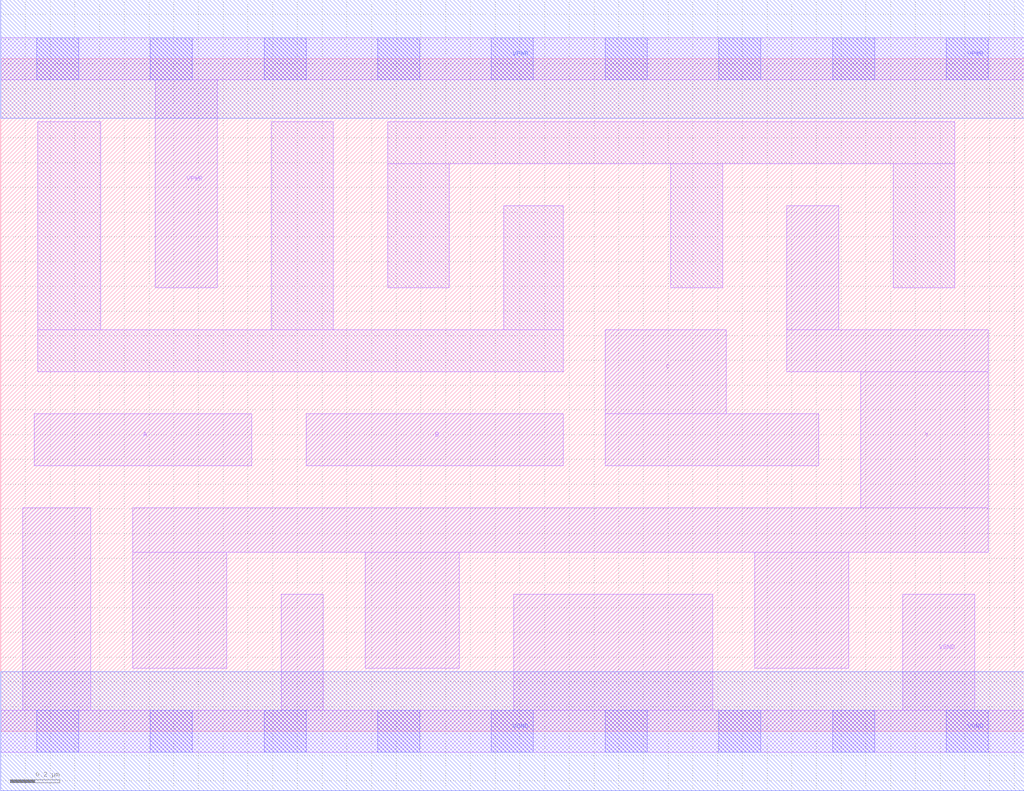
<source format=lef>
# Copyright 2020 The SkyWater PDK Authors
#
# Licensed under the Apache License, Version 2.0 (the "License");
# you may not use this file except in compliance with the License.
# You may obtain a copy of the License at
#
#     https://www.apache.org/licenses/LICENSE-2.0
#
# Unless required by applicable law or agreed to in writing, software
# distributed under the License is distributed on an "AS IS" BASIS,
# WITHOUT WARRANTIES OR CONDITIONS OF ANY KIND, either express or implied.
# See the License for the specific language governing permissions and
# limitations under the License.
#
# SPDX-License-Identifier: Apache-2.0

VERSION 5.7 ;
  NAMESCASESENSITIVE ON ;
  NOWIREEXTENSIONATPIN ON ;
  DIVIDERCHAR "/" ;
  BUSBITCHARS "[]" ;
UNITS
  DATABASE MICRONS 200 ;
END UNITS
PROPERTYDEFINITIONS
  MACRO maskLayoutSubType STRING ;
  MACRO prCellType STRING ;
  MACRO originalViewName STRING ;
END PROPERTYDEFINITIONS
MACRO sky130_fd_sc_hdll__nor3_2
  CLASS CORE ;
  FOREIGN sky130_fd_sc_hdll__nor3_2 ;
  ORIGIN  0.000000  0.000000 ;
  SIZE  4.140000 BY  2.720000 ;
  SYMMETRY X Y R90 ;
  SITE unithd ;
  PIN A
    ANTENNAGATEAREA  0.555000 ;
    DIRECTION INPUT ;
    USE SIGNAL ;
    PORT
      LAYER li1 ;
        RECT 0.135000 1.075000 1.015000 1.285000 ;
    END
  END A
  PIN B
    ANTENNAGATEAREA  0.555000 ;
    DIRECTION INPUT ;
    USE SIGNAL ;
    PORT
      LAYER li1 ;
        RECT 1.235000 1.075000 2.275000 1.285000 ;
    END
  END B
  PIN C
    ANTENNAGATEAREA  0.555000 ;
    DIRECTION INPUT ;
    USE SIGNAL ;
    PORT
      LAYER li1 ;
        RECT 2.445000 1.075000 3.310000 1.285000 ;
        RECT 2.445000 1.285000 2.935000 1.625000 ;
    END
  END C
  PIN VGND
    ANTENNADIFFAREA  0.861250 ;
    DIRECTION INOUT ;
    USE SIGNAL ;
    PORT
      LAYER li1 ;
        RECT 0.000000 -0.085000 4.140000 0.085000 ;
        RECT 0.090000  0.085000 0.365000 0.905000 ;
        RECT 1.135000  0.085000 1.305000 0.555000 ;
        RECT 2.075000  0.085000 2.880000 0.555000 ;
        RECT 3.650000  0.085000 3.940000 0.555000 ;
      LAYER mcon ;
        RECT 0.145000 -0.085000 0.315000 0.085000 ;
        RECT 0.605000 -0.085000 0.775000 0.085000 ;
        RECT 1.065000 -0.085000 1.235000 0.085000 ;
        RECT 1.525000 -0.085000 1.695000 0.085000 ;
        RECT 1.985000 -0.085000 2.155000 0.085000 ;
        RECT 2.445000 -0.085000 2.615000 0.085000 ;
        RECT 2.905000 -0.085000 3.075000 0.085000 ;
        RECT 3.365000 -0.085000 3.535000 0.085000 ;
        RECT 3.825000 -0.085000 3.995000 0.085000 ;
      LAYER met1 ;
        RECT 0.000000 -0.240000 4.140000 0.240000 ;
    END
  END VGND
  PIN VPWR
    ANTENNADIFFAREA  0.290000 ;
    DIRECTION INOUT ;
    USE SIGNAL ;
    PORT
      LAYER li1 ;
        RECT 0.000000 2.635000 4.140000 2.805000 ;
        RECT 0.625000 1.795000 0.875000 2.635000 ;
      LAYER mcon ;
        RECT 0.145000 2.635000 0.315000 2.805000 ;
        RECT 0.605000 2.635000 0.775000 2.805000 ;
        RECT 1.065000 2.635000 1.235000 2.805000 ;
        RECT 1.525000 2.635000 1.695000 2.805000 ;
        RECT 1.985000 2.635000 2.155000 2.805000 ;
        RECT 2.445000 2.635000 2.615000 2.805000 ;
        RECT 2.905000 2.635000 3.075000 2.805000 ;
        RECT 3.365000 2.635000 3.535000 2.805000 ;
        RECT 3.825000 2.635000 3.995000 2.805000 ;
      LAYER met1 ;
        RECT 0.000000 2.480000 4.140000 2.960000 ;
    END
  END VPWR
  PIN Y
    ANTENNADIFFAREA  1.011500 ;
    DIRECTION OUTPUT ;
    USE SIGNAL ;
    PORT
      LAYER li1 ;
        RECT 0.535000 0.255000 0.915000 0.725000 ;
        RECT 0.535000 0.725000 3.995000 0.905000 ;
        RECT 1.475000 0.255000 1.855000 0.725000 ;
        RECT 3.050000 0.255000 3.430000 0.725000 ;
        RECT 3.180000 1.455000 3.995000 1.625000 ;
        RECT 3.180000 1.625000 3.390000 2.125000 ;
        RECT 3.480000 0.905000 3.995000 1.455000 ;
    END
  END Y
  OBS
    LAYER li1 ;
      RECT 0.150000 1.455000 2.275000 1.625000 ;
      RECT 0.150000 1.625000 0.405000 2.465000 ;
      RECT 1.095000 1.625000 1.345000 2.465000 ;
      RECT 1.565000 1.795000 1.815000 2.295000 ;
      RECT 1.565000 2.295000 3.860000 2.465000 ;
      RECT 2.035000 1.625000 2.275000 2.125000 ;
      RECT 2.710000 1.795000 2.920000 2.295000 ;
      RECT 3.610000 1.795000 3.860000 2.295000 ;
  END
  PROPERTY maskLayoutSubType "abstract" ;
  PROPERTY prCellType "standard" ;
  PROPERTY originalViewName "layout" ;
END sky130_fd_sc_hdll__nor3_2

</source>
